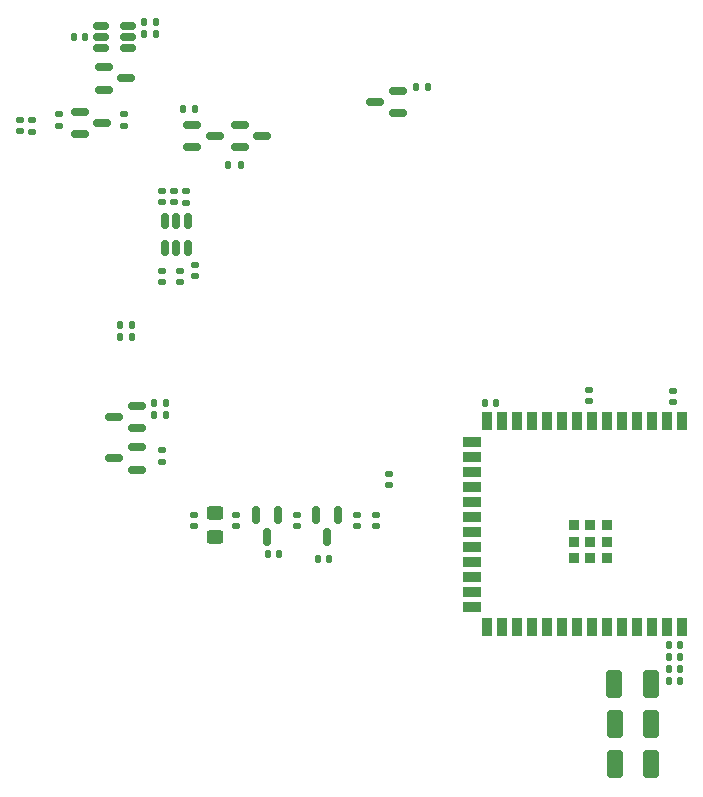
<source format=gbp>
%TF.GenerationSoftware,KiCad,Pcbnew,8.0.0*%
%TF.CreationDate,2024-03-17T03:11:13-07:00*%
%TF.ProjectId,ai-camera-rev3.2,61692d63-616d-4657-9261-2d726576332e,rev3.2*%
%TF.SameCoordinates,PX5a995c0PY2aea540*%
%TF.FileFunction,Paste,Bot*%
%TF.FilePolarity,Positive*%
%FSLAX46Y46*%
G04 Gerber Fmt 4.6, Leading zero omitted, Abs format (unit mm)*
G04 Created by KiCad (PCBNEW 8.0.0) date 2024-03-17 03:11:13*
%MOMM*%
%LPD*%
G01*
G04 APERTURE LIST*
G04 Aperture macros list*
%AMRoundRect*
0 Rectangle with rounded corners*
0 $1 Rounding radius*
0 $2 $3 $4 $5 $6 $7 $8 $9 X,Y pos of 4 corners*
0 Add a 4 corners polygon primitive as box body*
4,1,4,$2,$3,$4,$5,$6,$7,$8,$9,$2,$3,0*
0 Add four circle primitives for the rounded corners*
1,1,$1+$1,$2,$3*
1,1,$1+$1,$4,$5*
1,1,$1+$1,$6,$7*
1,1,$1+$1,$8,$9*
0 Add four rect primitives between the rounded corners*
20,1,$1+$1,$2,$3,$4,$5,0*
20,1,$1+$1,$4,$5,$6,$7,0*
20,1,$1+$1,$6,$7,$8,$9,0*
20,1,$1+$1,$8,$9,$2,$3,0*%
G04 Aperture macros list end*
%ADD10RoundRect,0.250000X0.412500X0.925000X-0.412500X0.925000X-0.412500X-0.925000X0.412500X-0.925000X0*%
%ADD11RoundRect,0.150000X-0.587500X-0.150000X0.587500X-0.150000X0.587500X0.150000X-0.587500X0.150000X0*%
%ADD12RoundRect,0.135000X0.135000X0.185000X-0.135000X0.185000X-0.135000X-0.185000X0.135000X-0.185000X0*%
%ADD13RoundRect,0.140000X0.170000X-0.140000X0.170000X0.140000X-0.170000X0.140000X-0.170000X-0.140000X0*%
%ADD14R,0.900000X0.900000*%
%ADD15R,0.900000X1.500000*%
%ADD16R,1.500000X0.900000*%
%ADD17RoundRect,0.135000X-0.185000X0.135000X-0.185000X-0.135000X0.185000X-0.135000X0.185000X0.135000X0*%
%ADD18RoundRect,0.140000X-0.140000X-0.170000X0.140000X-0.170000X0.140000X0.170000X-0.140000X0.170000X0*%
%ADD19RoundRect,0.150000X0.587500X0.150000X-0.587500X0.150000X-0.587500X-0.150000X0.587500X-0.150000X0*%
%ADD20RoundRect,0.140000X-0.170000X0.140000X-0.170000X-0.140000X0.170000X-0.140000X0.170000X0.140000X0*%
%ADD21RoundRect,0.140000X0.140000X0.170000X-0.140000X0.170000X-0.140000X-0.170000X0.140000X-0.170000X0*%
%ADD22RoundRect,0.150000X-0.150000X0.587500X-0.150000X-0.587500X0.150000X-0.587500X0.150000X0.587500X0*%
%ADD23RoundRect,0.135000X-0.135000X-0.185000X0.135000X-0.185000X0.135000X0.185000X-0.135000X0.185000X0*%
%ADD24RoundRect,0.150000X0.512500X0.150000X-0.512500X0.150000X-0.512500X-0.150000X0.512500X-0.150000X0*%
%ADD25RoundRect,0.135000X0.185000X-0.135000X0.185000X0.135000X-0.185000X0.135000X-0.185000X-0.135000X0*%
%ADD26RoundRect,0.150000X-0.150000X0.512500X-0.150000X-0.512500X0.150000X-0.512500X0.150000X0.512500X0*%
%ADD27RoundRect,0.250000X0.450000X-0.325000X0.450000X0.325000X-0.450000X0.325000X-0.450000X-0.325000X0*%
G04 APERTURE END LIST*
D10*
X59362500Y-59250000D03*
X56287500Y-59250000D03*
D11*
X20562500Y-13810000D03*
X20562500Y-11910000D03*
X22437500Y-12860000D03*
D10*
X59375000Y-62637500D03*
X56300000Y-62637500D03*
D12*
X15430000Y-28870000D03*
X14410000Y-28870000D03*
D13*
X61250000Y-35390000D03*
X61250000Y-34430000D03*
D14*
X55660000Y-48630000D03*
X54260000Y-48630000D03*
X52860000Y-48630000D03*
X55660000Y-47230000D03*
X54260000Y-47230000D03*
X52860000Y-47230000D03*
X55660000Y-45830000D03*
X54260000Y-45830000D03*
X52860000Y-45830000D03*
D15*
X61980000Y-54480000D03*
X60710000Y-54480000D03*
X59440000Y-54480000D03*
X58170000Y-54480000D03*
X56900000Y-54480000D03*
X55630000Y-54480000D03*
X54360000Y-54480000D03*
X53090000Y-54480000D03*
X51820000Y-54480000D03*
X50550000Y-54480000D03*
X49280000Y-54480000D03*
X48010000Y-54480000D03*
X46740000Y-54480000D03*
X45470000Y-54480000D03*
D16*
X44220000Y-52715000D03*
X44220000Y-51445000D03*
X44220000Y-50175000D03*
X44220000Y-48905000D03*
X44220000Y-47635000D03*
X44220000Y-46365000D03*
X44220000Y-45095000D03*
X44220000Y-43825000D03*
X44220000Y-42555000D03*
X44220000Y-41285000D03*
X44220000Y-40015000D03*
X44220000Y-38745000D03*
D15*
X45470000Y-36980000D03*
X46740000Y-36980000D03*
X48010000Y-36980000D03*
X49280000Y-36980000D03*
X50550000Y-36980000D03*
X51820000Y-36980000D03*
X53090000Y-36980000D03*
X54360000Y-36980000D03*
X55630000Y-36980000D03*
X56900000Y-36980000D03*
X58170000Y-36980000D03*
X59440000Y-36980000D03*
X60710000Y-36980000D03*
X61980000Y-36980000D03*
D13*
X18000000Y-18480000D03*
X18000000Y-17520000D03*
X19500000Y-25230000D03*
X19500000Y-24270000D03*
X37236400Y-42418000D03*
X37236400Y-41458000D03*
D17*
X20000000Y-17490000D03*
X20000000Y-18510000D03*
D13*
X14750000Y-11980000D03*
X14750000Y-11020000D03*
X18000000Y-25230000D03*
X18000000Y-24270000D03*
D18*
X60895000Y-56975000D03*
X61855000Y-56975000D03*
D19*
X15837500Y-39210000D03*
X15837500Y-41110000D03*
X13962500Y-40160000D03*
D13*
X6000000Y-12480000D03*
X6000000Y-11520000D03*
D20*
X29413200Y-44941900D03*
X29413200Y-45901900D03*
D12*
X40510000Y-8750000D03*
X39490000Y-8750000D03*
D21*
X11500000Y-4500000D03*
X10540000Y-4500000D03*
D10*
X59387500Y-66050000D03*
X56312500Y-66050000D03*
D22*
X30990200Y-44934900D03*
X32890200Y-44934900D03*
X31940200Y-46809900D03*
D21*
X46300000Y-35440000D03*
X45340000Y-35440000D03*
D13*
X20726400Y-45878800D03*
X20726400Y-44918800D03*
D12*
X17510000Y-3250000D03*
X16490000Y-3250000D03*
D23*
X19740000Y-10570000D03*
X20760000Y-10570000D03*
D13*
X20750000Y-24730000D03*
X20750000Y-23770000D03*
D11*
X11062500Y-12700000D03*
X11062500Y-10800000D03*
X12937500Y-11750000D03*
D18*
X60895000Y-55975000D03*
X61855000Y-55975000D03*
D11*
X13062500Y-8950000D03*
X13062500Y-7050000D03*
X14937500Y-8000000D03*
D24*
X15137500Y-3550000D03*
X15137500Y-4500000D03*
X15137500Y-5450000D03*
X12862500Y-5450000D03*
X12862500Y-4500000D03*
X12862500Y-3550000D03*
D12*
X17510000Y-4250000D03*
X16490000Y-4250000D03*
D20*
X24282400Y-44918800D03*
X24282400Y-45878800D03*
D23*
X17310000Y-36460000D03*
X18330000Y-36460000D03*
D25*
X7000000Y-12510000D03*
X7000000Y-11490000D03*
D12*
X18330000Y-35450000D03*
X17310000Y-35450000D03*
D18*
X60920000Y-59000000D03*
X61880000Y-59000000D03*
X31206200Y-48666400D03*
X32166200Y-48666400D03*
D20*
X9250000Y-11020000D03*
X9250000Y-11980000D03*
X54102000Y-34346000D03*
X54102000Y-35306000D03*
D18*
X60895000Y-58000000D03*
X61855000Y-58000000D03*
X26952000Y-48260000D03*
X27912000Y-48260000D03*
D13*
X19000000Y-18480000D03*
X19000000Y-17520000D03*
D26*
X18250000Y-20062500D03*
X19200000Y-20062500D03*
X20150000Y-20062500D03*
X20150000Y-22337500D03*
X19200000Y-22337500D03*
X18250000Y-22337500D03*
D19*
X37937500Y-9050000D03*
X37937500Y-10950000D03*
X36062500Y-10000000D03*
D27*
X22504400Y-46795800D03*
X22504400Y-44745800D03*
D20*
X34512200Y-44932900D03*
X34512200Y-45892900D03*
D12*
X24635000Y-15300000D03*
X23615000Y-15300000D03*
D20*
X18000000Y-39480000D03*
X18000000Y-40440000D03*
X36068000Y-44935200D03*
X36068000Y-45895200D03*
D22*
X25923200Y-44934900D03*
X27823200Y-44934900D03*
X26873200Y-46809900D03*
D11*
X24562500Y-13800000D03*
X24562500Y-11900000D03*
X26437500Y-12850000D03*
D23*
X14410000Y-29880000D03*
X15430000Y-29880000D03*
D19*
X15837500Y-35700000D03*
X15837500Y-37600000D03*
X13962500Y-36650000D03*
M02*

</source>
